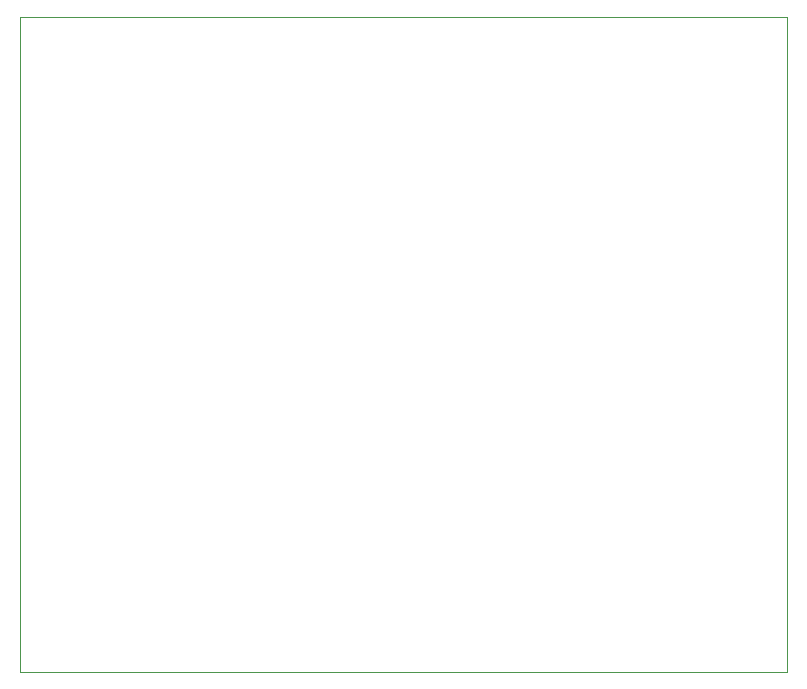
<source format=gbr>
%TF.GenerationSoftware,KiCad,Pcbnew,9.0.7-1.fc43*%
%TF.CreationDate,2026-02-19T19:52:45+02:00*%
%TF.ProjectId,Marcopad,4d617263-6f70-4616-942e-6b696361645f,rev?*%
%TF.SameCoordinates,Original*%
%TF.FileFunction,Profile,NP*%
%FSLAX46Y46*%
G04 Gerber Fmt 4.6, Leading zero omitted, Abs format (unit mm)*
G04 Created by KiCad (PCBNEW 9.0.7-1.fc43) date 2026-02-19 19:52:45*
%MOMM*%
%LPD*%
G01*
G04 APERTURE LIST*
%TA.AperFunction,Profile*%
%ADD10C,0.050000*%
%TD*%
G04 APERTURE END LIST*
D10*
X92000000Y-38000000D02*
X157000000Y-38000000D01*
X157000000Y-93500000D01*
X92000000Y-93500000D01*
X92000000Y-38000000D01*
M02*

</source>
